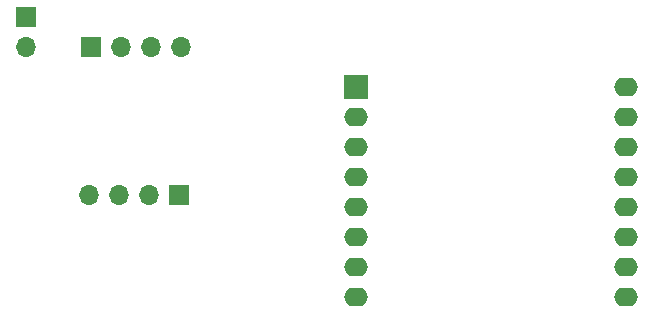
<source format=gbr>
G04 #@! TF.GenerationSoftware,KiCad,Pcbnew,(5.1.5)-3*
G04 #@! TF.CreationDate,2020-05-22T17:40:20-07:00*
G04 #@! TF.ProjectId,Sprinkler,53707269-6e6b-46c6-9572-2e6b69636164,rev?*
G04 #@! TF.SameCoordinates,Original*
G04 #@! TF.FileFunction,Copper,L1,Top*
G04 #@! TF.FilePolarity,Positive*
%FSLAX46Y46*%
G04 Gerber Fmt 4.6, Leading zero omitted, Abs format (unit mm)*
G04 Created by KiCad (PCBNEW (5.1.5)-3) date 2020-05-22 17:40:20*
%MOMM*%
%LPD*%
G04 APERTURE LIST*
%ADD10O,2.000000X1.600000*%
%ADD11R,2.000000X2.000000*%
%ADD12R,1.700000X1.700000*%
%ADD13O,1.700000X1.700000*%
%ADD14C,1.000000*%
%ADD15C,0.800000*%
G04 APERTURE END LIST*
D10*
X165000000Y-43434000D03*
D11*
X165000000Y-40894000D03*
D10*
X165000000Y-45974000D03*
X165000000Y-48514000D03*
X165000000Y-51054000D03*
X165000000Y-53594000D03*
X165000000Y-56134000D03*
X165000000Y-58674000D03*
X187860000Y-58674000D03*
X187860000Y-56134000D03*
X187860000Y-53594000D03*
X187860000Y-51054000D03*
X187860000Y-48514000D03*
X187860000Y-45974000D03*
X187860000Y-43434000D03*
X187860000Y-40894000D03*
D12*
X142500000Y-37500000D03*
D13*
X145040000Y-37500000D03*
X147580000Y-37500000D03*
X150120000Y-37500000D03*
X142380000Y-50000000D03*
X144920000Y-50000000D03*
X147460000Y-50000000D03*
D12*
X150000000Y-50000000D03*
X137000000Y-35000000D03*
D13*
X137000000Y-37540000D03*
D14*
X142500000Y-49880000D02*
X142380000Y-50000000D01*
X144920000Y-37620000D02*
X145040000Y-37500000D01*
D15*
X147580000Y-49880000D02*
X147460000Y-50000000D01*
D14*
X147460000Y-37620000D02*
X147580000Y-37500000D01*
D15*
X150120000Y-49880000D02*
X150000000Y-50000000D01*
D14*
X150000000Y-37620000D02*
X150120000Y-37500000D01*
X165200000Y-48514000D02*
X165000000Y-48514000D01*
M02*

</source>
